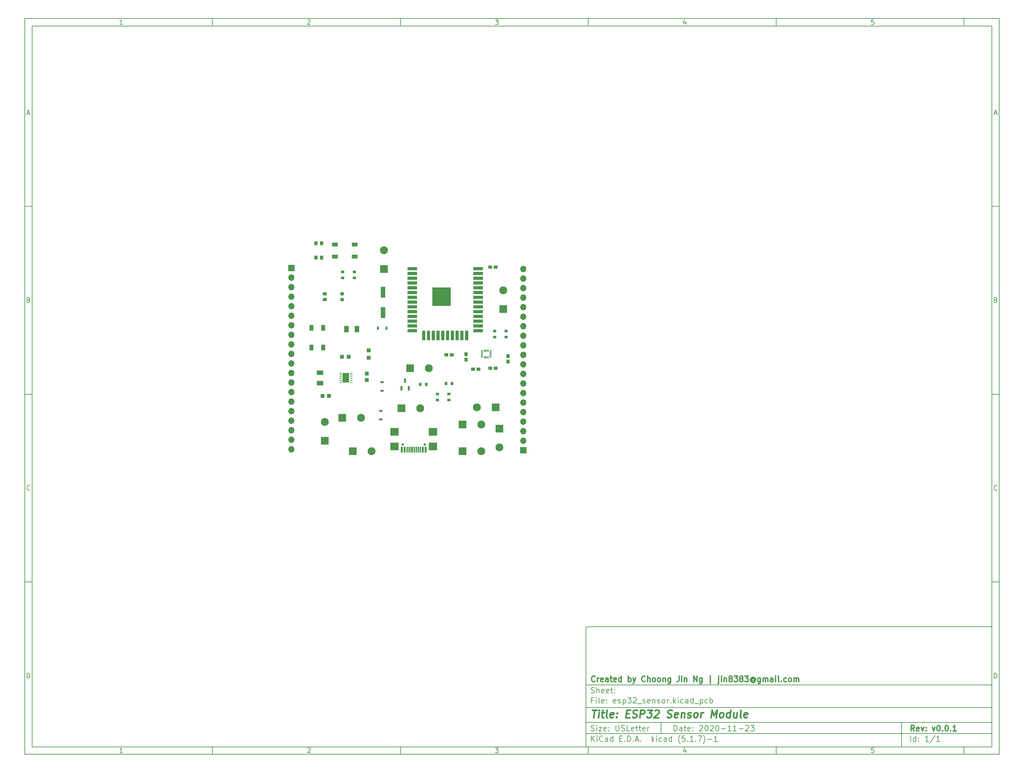
<source format=gbr>
%TF.GenerationSoftware,KiCad,Pcbnew,(5.1.7)-1*%
%TF.CreationDate,2020-11-23T11:29:42-08:00*%
%TF.ProjectId,esp32_sensor,65737033-325f-4736-956e-736f722e6b69,v0.0.1*%
%TF.SameCoordinates,Original*%
%TF.FileFunction,Soldermask,Top*%
%TF.FilePolarity,Negative*%
%FSLAX46Y46*%
G04 Gerber Fmt 4.6, Leading zero omitted, Abs format (unit mm)*
G04 Created by KiCad (PCBNEW (5.1.7)-1) date 2020-11-23 11:29:42*
%MOMM*%
%LPD*%
G01*
G04 APERTURE LIST*
%ADD10C,0.100000*%
%ADD11C,0.150000*%
%ADD12C,0.300000*%
%ADD13C,0.400000*%
%ADD14R,0.630000X0.830000*%
%ADD15R,1.000000X1.100000*%
%ADD16R,0.600000X1.650000*%
%ADD17R,0.300000X1.650000*%
%ADD18R,2.180000X2.000000*%
%ADD19C,0.650000*%
%ADD20R,2.500000X0.900000*%
%ADD21R,0.900000X2.500000*%
%ADD22R,5.000000X5.000000*%
%ADD23R,0.830000X0.630000*%
%ADD24R,1.010000X0.930000*%
%ADD25R,0.930000X1.010000*%
%ADD26R,1.799996X1.299998*%
%ADD27R,1.100000X1.000000*%
%ADD28R,1.299998X1.799996*%
%ADD29R,1.219200X2.997200*%
%ADD30R,2.100000X2.100000*%
%ADD31C,2.100000*%
%ADD32R,1.700000X1.700000*%
%ADD33O,1.700000X1.700000*%
%ADD34R,0.990600X1.003300*%
%ADD35R,0.568000X1.309599*%
%ADD36R,0.810000X0.980000*%
%ADD37R,0.930000X0.790000*%
%ADD38R,0.980000X0.810000*%
%ADD39R,0.790000X0.930000*%
%ADD40R,1.549400X0.990600*%
%ADD41R,0.990600X1.549400*%
%ADD42R,0.600000X0.350000*%
%ADD43R,0.350000X0.600000*%
%ADD44R,0.757199X0.254800*%
%ADD45R,1.803400X2.590800*%
G04 APERTURE END LIST*
D10*
D11*
X159400000Y-171900000D02*
X159400000Y-203900000D01*
X267400000Y-203900000D01*
X267400000Y-171900000D01*
X159400000Y-171900000D01*
D10*
D11*
X10000000Y-10000000D02*
X10000000Y-205900000D01*
X269400000Y-205900000D01*
X269400000Y-10000000D01*
X10000000Y-10000000D01*
D10*
D11*
X12000000Y-12000000D02*
X12000000Y-203900000D01*
X267400000Y-203900000D01*
X267400000Y-12000000D01*
X12000000Y-12000000D01*
D10*
D11*
X60000000Y-12000000D02*
X60000000Y-10000000D01*
D10*
D11*
X110000000Y-12000000D02*
X110000000Y-10000000D01*
D10*
D11*
X160000000Y-12000000D02*
X160000000Y-10000000D01*
D10*
D11*
X210000000Y-12000000D02*
X210000000Y-10000000D01*
D10*
D11*
X260000000Y-12000000D02*
X260000000Y-10000000D01*
D10*
D11*
X36065476Y-11588095D02*
X35322619Y-11588095D01*
X35694047Y-11588095D02*
X35694047Y-10288095D01*
X35570238Y-10473809D01*
X35446428Y-10597619D01*
X35322619Y-10659523D01*
D10*
D11*
X85322619Y-10411904D02*
X85384523Y-10350000D01*
X85508333Y-10288095D01*
X85817857Y-10288095D01*
X85941666Y-10350000D01*
X86003571Y-10411904D01*
X86065476Y-10535714D01*
X86065476Y-10659523D01*
X86003571Y-10845238D01*
X85260714Y-11588095D01*
X86065476Y-11588095D01*
D10*
D11*
X135260714Y-10288095D02*
X136065476Y-10288095D01*
X135632142Y-10783333D01*
X135817857Y-10783333D01*
X135941666Y-10845238D01*
X136003571Y-10907142D01*
X136065476Y-11030952D01*
X136065476Y-11340476D01*
X136003571Y-11464285D01*
X135941666Y-11526190D01*
X135817857Y-11588095D01*
X135446428Y-11588095D01*
X135322619Y-11526190D01*
X135260714Y-11464285D01*
D10*
D11*
X185941666Y-10721428D02*
X185941666Y-11588095D01*
X185632142Y-10226190D02*
X185322619Y-11154761D01*
X186127380Y-11154761D01*
D10*
D11*
X236003571Y-10288095D02*
X235384523Y-10288095D01*
X235322619Y-10907142D01*
X235384523Y-10845238D01*
X235508333Y-10783333D01*
X235817857Y-10783333D01*
X235941666Y-10845238D01*
X236003571Y-10907142D01*
X236065476Y-11030952D01*
X236065476Y-11340476D01*
X236003571Y-11464285D01*
X235941666Y-11526190D01*
X235817857Y-11588095D01*
X235508333Y-11588095D01*
X235384523Y-11526190D01*
X235322619Y-11464285D01*
D10*
D11*
X60000000Y-203900000D02*
X60000000Y-205900000D01*
D10*
D11*
X110000000Y-203900000D02*
X110000000Y-205900000D01*
D10*
D11*
X160000000Y-203900000D02*
X160000000Y-205900000D01*
D10*
D11*
X210000000Y-203900000D02*
X210000000Y-205900000D01*
D10*
D11*
X260000000Y-203900000D02*
X260000000Y-205900000D01*
D10*
D11*
X36065476Y-205488095D02*
X35322619Y-205488095D01*
X35694047Y-205488095D02*
X35694047Y-204188095D01*
X35570238Y-204373809D01*
X35446428Y-204497619D01*
X35322619Y-204559523D01*
D10*
D11*
X85322619Y-204311904D02*
X85384523Y-204250000D01*
X85508333Y-204188095D01*
X85817857Y-204188095D01*
X85941666Y-204250000D01*
X86003571Y-204311904D01*
X86065476Y-204435714D01*
X86065476Y-204559523D01*
X86003571Y-204745238D01*
X85260714Y-205488095D01*
X86065476Y-205488095D01*
D10*
D11*
X135260714Y-204188095D02*
X136065476Y-204188095D01*
X135632142Y-204683333D01*
X135817857Y-204683333D01*
X135941666Y-204745238D01*
X136003571Y-204807142D01*
X136065476Y-204930952D01*
X136065476Y-205240476D01*
X136003571Y-205364285D01*
X135941666Y-205426190D01*
X135817857Y-205488095D01*
X135446428Y-205488095D01*
X135322619Y-205426190D01*
X135260714Y-205364285D01*
D10*
D11*
X185941666Y-204621428D02*
X185941666Y-205488095D01*
X185632142Y-204126190D02*
X185322619Y-205054761D01*
X186127380Y-205054761D01*
D10*
D11*
X236003571Y-204188095D02*
X235384523Y-204188095D01*
X235322619Y-204807142D01*
X235384523Y-204745238D01*
X235508333Y-204683333D01*
X235817857Y-204683333D01*
X235941666Y-204745238D01*
X236003571Y-204807142D01*
X236065476Y-204930952D01*
X236065476Y-205240476D01*
X236003571Y-205364285D01*
X235941666Y-205426190D01*
X235817857Y-205488095D01*
X235508333Y-205488095D01*
X235384523Y-205426190D01*
X235322619Y-205364285D01*
D10*
D11*
X10000000Y-60000000D02*
X12000000Y-60000000D01*
D10*
D11*
X10000000Y-110000000D02*
X12000000Y-110000000D01*
D10*
D11*
X10000000Y-160000000D02*
X12000000Y-160000000D01*
D10*
D11*
X10690476Y-35216666D02*
X11309523Y-35216666D01*
X10566666Y-35588095D02*
X11000000Y-34288095D01*
X11433333Y-35588095D01*
D10*
D11*
X11092857Y-84907142D02*
X11278571Y-84969047D01*
X11340476Y-85030952D01*
X11402380Y-85154761D01*
X11402380Y-85340476D01*
X11340476Y-85464285D01*
X11278571Y-85526190D01*
X11154761Y-85588095D01*
X10659523Y-85588095D01*
X10659523Y-84288095D01*
X11092857Y-84288095D01*
X11216666Y-84350000D01*
X11278571Y-84411904D01*
X11340476Y-84535714D01*
X11340476Y-84659523D01*
X11278571Y-84783333D01*
X11216666Y-84845238D01*
X11092857Y-84907142D01*
X10659523Y-84907142D01*
D10*
D11*
X11402380Y-135464285D02*
X11340476Y-135526190D01*
X11154761Y-135588095D01*
X11030952Y-135588095D01*
X10845238Y-135526190D01*
X10721428Y-135402380D01*
X10659523Y-135278571D01*
X10597619Y-135030952D01*
X10597619Y-134845238D01*
X10659523Y-134597619D01*
X10721428Y-134473809D01*
X10845238Y-134350000D01*
X11030952Y-134288095D01*
X11154761Y-134288095D01*
X11340476Y-134350000D01*
X11402380Y-134411904D01*
D10*
D11*
X10659523Y-185588095D02*
X10659523Y-184288095D01*
X10969047Y-184288095D01*
X11154761Y-184350000D01*
X11278571Y-184473809D01*
X11340476Y-184597619D01*
X11402380Y-184845238D01*
X11402380Y-185030952D01*
X11340476Y-185278571D01*
X11278571Y-185402380D01*
X11154761Y-185526190D01*
X10969047Y-185588095D01*
X10659523Y-185588095D01*
D10*
D11*
X269400000Y-60000000D02*
X267400000Y-60000000D01*
D10*
D11*
X269400000Y-110000000D02*
X267400000Y-110000000D01*
D10*
D11*
X269400000Y-160000000D02*
X267400000Y-160000000D01*
D10*
D11*
X268090476Y-35216666D02*
X268709523Y-35216666D01*
X267966666Y-35588095D02*
X268400000Y-34288095D01*
X268833333Y-35588095D01*
D10*
D11*
X268492857Y-84907142D02*
X268678571Y-84969047D01*
X268740476Y-85030952D01*
X268802380Y-85154761D01*
X268802380Y-85340476D01*
X268740476Y-85464285D01*
X268678571Y-85526190D01*
X268554761Y-85588095D01*
X268059523Y-85588095D01*
X268059523Y-84288095D01*
X268492857Y-84288095D01*
X268616666Y-84350000D01*
X268678571Y-84411904D01*
X268740476Y-84535714D01*
X268740476Y-84659523D01*
X268678571Y-84783333D01*
X268616666Y-84845238D01*
X268492857Y-84907142D01*
X268059523Y-84907142D01*
D10*
D11*
X268802380Y-135464285D02*
X268740476Y-135526190D01*
X268554761Y-135588095D01*
X268430952Y-135588095D01*
X268245238Y-135526190D01*
X268121428Y-135402380D01*
X268059523Y-135278571D01*
X267997619Y-135030952D01*
X267997619Y-134845238D01*
X268059523Y-134597619D01*
X268121428Y-134473809D01*
X268245238Y-134350000D01*
X268430952Y-134288095D01*
X268554761Y-134288095D01*
X268740476Y-134350000D01*
X268802380Y-134411904D01*
D10*
D11*
X268059523Y-185588095D02*
X268059523Y-184288095D01*
X268369047Y-184288095D01*
X268554761Y-184350000D01*
X268678571Y-184473809D01*
X268740476Y-184597619D01*
X268802380Y-184845238D01*
X268802380Y-185030952D01*
X268740476Y-185278571D01*
X268678571Y-185402380D01*
X268554761Y-185526190D01*
X268369047Y-185588095D01*
X268059523Y-185588095D01*
D10*
D11*
X182832142Y-199678571D02*
X182832142Y-198178571D01*
X183189285Y-198178571D01*
X183403571Y-198250000D01*
X183546428Y-198392857D01*
X183617857Y-198535714D01*
X183689285Y-198821428D01*
X183689285Y-199035714D01*
X183617857Y-199321428D01*
X183546428Y-199464285D01*
X183403571Y-199607142D01*
X183189285Y-199678571D01*
X182832142Y-199678571D01*
X184975000Y-199678571D02*
X184975000Y-198892857D01*
X184903571Y-198750000D01*
X184760714Y-198678571D01*
X184475000Y-198678571D01*
X184332142Y-198750000D01*
X184975000Y-199607142D02*
X184832142Y-199678571D01*
X184475000Y-199678571D01*
X184332142Y-199607142D01*
X184260714Y-199464285D01*
X184260714Y-199321428D01*
X184332142Y-199178571D01*
X184475000Y-199107142D01*
X184832142Y-199107142D01*
X184975000Y-199035714D01*
X185475000Y-198678571D02*
X186046428Y-198678571D01*
X185689285Y-198178571D02*
X185689285Y-199464285D01*
X185760714Y-199607142D01*
X185903571Y-199678571D01*
X186046428Y-199678571D01*
X187117857Y-199607142D02*
X186975000Y-199678571D01*
X186689285Y-199678571D01*
X186546428Y-199607142D01*
X186475000Y-199464285D01*
X186475000Y-198892857D01*
X186546428Y-198750000D01*
X186689285Y-198678571D01*
X186975000Y-198678571D01*
X187117857Y-198750000D01*
X187189285Y-198892857D01*
X187189285Y-199035714D01*
X186475000Y-199178571D01*
X187832142Y-199535714D02*
X187903571Y-199607142D01*
X187832142Y-199678571D01*
X187760714Y-199607142D01*
X187832142Y-199535714D01*
X187832142Y-199678571D01*
X187832142Y-198750000D02*
X187903571Y-198821428D01*
X187832142Y-198892857D01*
X187760714Y-198821428D01*
X187832142Y-198750000D01*
X187832142Y-198892857D01*
X189617857Y-198321428D02*
X189689285Y-198250000D01*
X189832142Y-198178571D01*
X190189285Y-198178571D01*
X190332142Y-198250000D01*
X190403571Y-198321428D01*
X190475000Y-198464285D01*
X190475000Y-198607142D01*
X190403571Y-198821428D01*
X189546428Y-199678571D01*
X190475000Y-199678571D01*
X191403571Y-198178571D02*
X191546428Y-198178571D01*
X191689285Y-198250000D01*
X191760714Y-198321428D01*
X191832142Y-198464285D01*
X191903571Y-198750000D01*
X191903571Y-199107142D01*
X191832142Y-199392857D01*
X191760714Y-199535714D01*
X191689285Y-199607142D01*
X191546428Y-199678571D01*
X191403571Y-199678571D01*
X191260714Y-199607142D01*
X191189285Y-199535714D01*
X191117857Y-199392857D01*
X191046428Y-199107142D01*
X191046428Y-198750000D01*
X191117857Y-198464285D01*
X191189285Y-198321428D01*
X191260714Y-198250000D01*
X191403571Y-198178571D01*
X192475000Y-198321428D02*
X192546428Y-198250000D01*
X192689285Y-198178571D01*
X193046428Y-198178571D01*
X193189285Y-198250000D01*
X193260714Y-198321428D01*
X193332142Y-198464285D01*
X193332142Y-198607142D01*
X193260714Y-198821428D01*
X192403571Y-199678571D01*
X193332142Y-199678571D01*
X194260714Y-198178571D02*
X194403571Y-198178571D01*
X194546428Y-198250000D01*
X194617857Y-198321428D01*
X194689285Y-198464285D01*
X194760714Y-198750000D01*
X194760714Y-199107142D01*
X194689285Y-199392857D01*
X194617857Y-199535714D01*
X194546428Y-199607142D01*
X194403571Y-199678571D01*
X194260714Y-199678571D01*
X194117857Y-199607142D01*
X194046428Y-199535714D01*
X193975000Y-199392857D01*
X193903571Y-199107142D01*
X193903571Y-198750000D01*
X193975000Y-198464285D01*
X194046428Y-198321428D01*
X194117857Y-198250000D01*
X194260714Y-198178571D01*
X195403571Y-199107142D02*
X196546428Y-199107142D01*
X198046428Y-199678571D02*
X197189285Y-199678571D01*
X197617857Y-199678571D02*
X197617857Y-198178571D01*
X197475000Y-198392857D01*
X197332142Y-198535714D01*
X197189285Y-198607142D01*
X199475000Y-199678571D02*
X198617857Y-199678571D01*
X199046428Y-199678571D02*
X199046428Y-198178571D01*
X198903571Y-198392857D01*
X198760714Y-198535714D01*
X198617857Y-198607142D01*
X200117857Y-199107142D02*
X201260714Y-199107142D01*
X201903571Y-198321428D02*
X201975000Y-198250000D01*
X202117857Y-198178571D01*
X202475000Y-198178571D01*
X202617857Y-198250000D01*
X202689285Y-198321428D01*
X202760714Y-198464285D01*
X202760714Y-198607142D01*
X202689285Y-198821428D01*
X201832142Y-199678571D01*
X202760714Y-199678571D01*
X203260714Y-198178571D02*
X204189285Y-198178571D01*
X203689285Y-198750000D01*
X203903571Y-198750000D01*
X204046428Y-198821428D01*
X204117857Y-198892857D01*
X204189285Y-199035714D01*
X204189285Y-199392857D01*
X204117857Y-199535714D01*
X204046428Y-199607142D01*
X203903571Y-199678571D01*
X203475000Y-199678571D01*
X203332142Y-199607142D01*
X203260714Y-199535714D01*
D10*
D11*
X159400000Y-200400000D02*
X267400000Y-200400000D01*
D10*
D11*
X160832142Y-202478571D02*
X160832142Y-200978571D01*
X161689285Y-202478571D02*
X161046428Y-201621428D01*
X161689285Y-200978571D02*
X160832142Y-201835714D01*
X162332142Y-202478571D02*
X162332142Y-201478571D01*
X162332142Y-200978571D02*
X162260714Y-201050000D01*
X162332142Y-201121428D01*
X162403571Y-201050000D01*
X162332142Y-200978571D01*
X162332142Y-201121428D01*
X163903571Y-202335714D02*
X163832142Y-202407142D01*
X163617857Y-202478571D01*
X163475000Y-202478571D01*
X163260714Y-202407142D01*
X163117857Y-202264285D01*
X163046428Y-202121428D01*
X162975000Y-201835714D01*
X162975000Y-201621428D01*
X163046428Y-201335714D01*
X163117857Y-201192857D01*
X163260714Y-201050000D01*
X163475000Y-200978571D01*
X163617857Y-200978571D01*
X163832142Y-201050000D01*
X163903571Y-201121428D01*
X165189285Y-202478571D02*
X165189285Y-201692857D01*
X165117857Y-201550000D01*
X164975000Y-201478571D01*
X164689285Y-201478571D01*
X164546428Y-201550000D01*
X165189285Y-202407142D02*
X165046428Y-202478571D01*
X164689285Y-202478571D01*
X164546428Y-202407142D01*
X164475000Y-202264285D01*
X164475000Y-202121428D01*
X164546428Y-201978571D01*
X164689285Y-201907142D01*
X165046428Y-201907142D01*
X165189285Y-201835714D01*
X166546428Y-202478571D02*
X166546428Y-200978571D01*
X166546428Y-202407142D02*
X166403571Y-202478571D01*
X166117857Y-202478571D01*
X165975000Y-202407142D01*
X165903571Y-202335714D01*
X165832142Y-202192857D01*
X165832142Y-201764285D01*
X165903571Y-201621428D01*
X165975000Y-201550000D01*
X166117857Y-201478571D01*
X166403571Y-201478571D01*
X166546428Y-201550000D01*
X168403571Y-201692857D02*
X168903571Y-201692857D01*
X169117857Y-202478571D02*
X168403571Y-202478571D01*
X168403571Y-200978571D01*
X169117857Y-200978571D01*
X169760714Y-202335714D02*
X169832142Y-202407142D01*
X169760714Y-202478571D01*
X169689285Y-202407142D01*
X169760714Y-202335714D01*
X169760714Y-202478571D01*
X170475000Y-202478571D02*
X170475000Y-200978571D01*
X170832142Y-200978571D01*
X171046428Y-201050000D01*
X171189285Y-201192857D01*
X171260714Y-201335714D01*
X171332142Y-201621428D01*
X171332142Y-201835714D01*
X171260714Y-202121428D01*
X171189285Y-202264285D01*
X171046428Y-202407142D01*
X170832142Y-202478571D01*
X170475000Y-202478571D01*
X171975000Y-202335714D02*
X172046428Y-202407142D01*
X171975000Y-202478571D01*
X171903571Y-202407142D01*
X171975000Y-202335714D01*
X171975000Y-202478571D01*
X172617857Y-202050000D02*
X173332142Y-202050000D01*
X172475000Y-202478571D02*
X172975000Y-200978571D01*
X173475000Y-202478571D01*
X173975000Y-202335714D02*
X174046428Y-202407142D01*
X173975000Y-202478571D01*
X173903571Y-202407142D01*
X173975000Y-202335714D01*
X173975000Y-202478571D01*
X176975000Y-202478571D02*
X176975000Y-200978571D01*
X177117857Y-201907142D02*
X177546428Y-202478571D01*
X177546428Y-201478571D02*
X176975000Y-202050000D01*
X178189285Y-202478571D02*
X178189285Y-201478571D01*
X178189285Y-200978571D02*
X178117857Y-201050000D01*
X178189285Y-201121428D01*
X178260714Y-201050000D01*
X178189285Y-200978571D01*
X178189285Y-201121428D01*
X179546428Y-202407142D02*
X179403571Y-202478571D01*
X179117857Y-202478571D01*
X178975000Y-202407142D01*
X178903571Y-202335714D01*
X178832142Y-202192857D01*
X178832142Y-201764285D01*
X178903571Y-201621428D01*
X178975000Y-201550000D01*
X179117857Y-201478571D01*
X179403571Y-201478571D01*
X179546428Y-201550000D01*
X180832142Y-202478571D02*
X180832142Y-201692857D01*
X180760714Y-201550000D01*
X180617857Y-201478571D01*
X180332142Y-201478571D01*
X180189285Y-201550000D01*
X180832142Y-202407142D02*
X180689285Y-202478571D01*
X180332142Y-202478571D01*
X180189285Y-202407142D01*
X180117857Y-202264285D01*
X180117857Y-202121428D01*
X180189285Y-201978571D01*
X180332142Y-201907142D01*
X180689285Y-201907142D01*
X180832142Y-201835714D01*
X182189285Y-202478571D02*
X182189285Y-200978571D01*
X182189285Y-202407142D02*
X182046428Y-202478571D01*
X181760714Y-202478571D01*
X181617857Y-202407142D01*
X181546428Y-202335714D01*
X181475000Y-202192857D01*
X181475000Y-201764285D01*
X181546428Y-201621428D01*
X181617857Y-201550000D01*
X181760714Y-201478571D01*
X182046428Y-201478571D01*
X182189285Y-201550000D01*
X184475000Y-203050000D02*
X184403571Y-202978571D01*
X184260714Y-202764285D01*
X184189285Y-202621428D01*
X184117857Y-202407142D01*
X184046428Y-202050000D01*
X184046428Y-201764285D01*
X184117857Y-201407142D01*
X184189285Y-201192857D01*
X184260714Y-201050000D01*
X184403571Y-200835714D01*
X184475000Y-200764285D01*
X185760714Y-200978571D02*
X185046428Y-200978571D01*
X184975000Y-201692857D01*
X185046428Y-201621428D01*
X185189285Y-201550000D01*
X185546428Y-201550000D01*
X185689285Y-201621428D01*
X185760714Y-201692857D01*
X185832142Y-201835714D01*
X185832142Y-202192857D01*
X185760714Y-202335714D01*
X185689285Y-202407142D01*
X185546428Y-202478571D01*
X185189285Y-202478571D01*
X185046428Y-202407142D01*
X184975000Y-202335714D01*
X186475000Y-202335714D02*
X186546428Y-202407142D01*
X186475000Y-202478571D01*
X186403571Y-202407142D01*
X186475000Y-202335714D01*
X186475000Y-202478571D01*
X187975000Y-202478571D02*
X187117857Y-202478571D01*
X187546428Y-202478571D02*
X187546428Y-200978571D01*
X187403571Y-201192857D01*
X187260714Y-201335714D01*
X187117857Y-201407142D01*
X188617857Y-202335714D02*
X188689285Y-202407142D01*
X188617857Y-202478571D01*
X188546428Y-202407142D01*
X188617857Y-202335714D01*
X188617857Y-202478571D01*
X189189285Y-200978571D02*
X190189285Y-200978571D01*
X189546428Y-202478571D01*
X190617857Y-203050000D02*
X190689285Y-202978571D01*
X190832142Y-202764285D01*
X190903571Y-202621428D01*
X190975000Y-202407142D01*
X191046428Y-202050000D01*
X191046428Y-201764285D01*
X190975000Y-201407142D01*
X190903571Y-201192857D01*
X190832142Y-201050000D01*
X190689285Y-200835714D01*
X190617857Y-200764285D01*
X191760714Y-201907142D02*
X192903571Y-201907142D01*
X194403571Y-202478571D02*
X193546428Y-202478571D01*
X193975000Y-202478571D02*
X193975000Y-200978571D01*
X193832142Y-201192857D01*
X193689285Y-201335714D01*
X193546428Y-201407142D01*
D10*
D11*
X159400000Y-197400000D02*
X267400000Y-197400000D01*
D10*
D12*
X246809285Y-199678571D02*
X246309285Y-198964285D01*
X245952142Y-199678571D02*
X245952142Y-198178571D01*
X246523571Y-198178571D01*
X246666428Y-198250000D01*
X246737857Y-198321428D01*
X246809285Y-198464285D01*
X246809285Y-198678571D01*
X246737857Y-198821428D01*
X246666428Y-198892857D01*
X246523571Y-198964285D01*
X245952142Y-198964285D01*
X248023571Y-199607142D02*
X247880714Y-199678571D01*
X247595000Y-199678571D01*
X247452142Y-199607142D01*
X247380714Y-199464285D01*
X247380714Y-198892857D01*
X247452142Y-198750000D01*
X247595000Y-198678571D01*
X247880714Y-198678571D01*
X248023571Y-198750000D01*
X248095000Y-198892857D01*
X248095000Y-199035714D01*
X247380714Y-199178571D01*
X248595000Y-198678571D02*
X248952142Y-199678571D01*
X249309285Y-198678571D01*
X249880714Y-199535714D02*
X249952142Y-199607142D01*
X249880714Y-199678571D01*
X249809285Y-199607142D01*
X249880714Y-199535714D01*
X249880714Y-199678571D01*
X249880714Y-198750000D02*
X249952142Y-198821428D01*
X249880714Y-198892857D01*
X249809285Y-198821428D01*
X249880714Y-198750000D01*
X249880714Y-198892857D01*
X251595000Y-198678571D02*
X251952142Y-199678571D01*
X252309285Y-198678571D01*
X253166428Y-198178571D02*
X253309285Y-198178571D01*
X253452142Y-198250000D01*
X253523571Y-198321428D01*
X253595000Y-198464285D01*
X253666428Y-198750000D01*
X253666428Y-199107142D01*
X253595000Y-199392857D01*
X253523571Y-199535714D01*
X253452142Y-199607142D01*
X253309285Y-199678571D01*
X253166428Y-199678571D01*
X253023571Y-199607142D01*
X252952142Y-199535714D01*
X252880714Y-199392857D01*
X252809285Y-199107142D01*
X252809285Y-198750000D01*
X252880714Y-198464285D01*
X252952142Y-198321428D01*
X253023571Y-198250000D01*
X253166428Y-198178571D01*
X254309285Y-199535714D02*
X254380714Y-199607142D01*
X254309285Y-199678571D01*
X254237857Y-199607142D01*
X254309285Y-199535714D01*
X254309285Y-199678571D01*
X255309285Y-198178571D02*
X255452142Y-198178571D01*
X255595000Y-198250000D01*
X255666428Y-198321428D01*
X255737857Y-198464285D01*
X255809285Y-198750000D01*
X255809285Y-199107142D01*
X255737857Y-199392857D01*
X255666428Y-199535714D01*
X255595000Y-199607142D01*
X255452142Y-199678571D01*
X255309285Y-199678571D01*
X255166428Y-199607142D01*
X255095000Y-199535714D01*
X255023571Y-199392857D01*
X254952142Y-199107142D01*
X254952142Y-198750000D01*
X255023571Y-198464285D01*
X255095000Y-198321428D01*
X255166428Y-198250000D01*
X255309285Y-198178571D01*
X256452142Y-199535714D02*
X256523571Y-199607142D01*
X256452142Y-199678571D01*
X256380714Y-199607142D01*
X256452142Y-199535714D01*
X256452142Y-199678571D01*
X257952142Y-199678571D02*
X257095000Y-199678571D01*
X257523571Y-199678571D02*
X257523571Y-198178571D01*
X257380714Y-198392857D01*
X257237857Y-198535714D01*
X257095000Y-198607142D01*
D10*
D11*
X160760714Y-199607142D02*
X160975000Y-199678571D01*
X161332142Y-199678571D01*
X161475000Y-199607142D01*
X161546428Y-199535714D01*
X161617857Y-199392857D01*
X161617857Y-199250000D01*
X161546428Y-199107142D01*
X161475000Y-199035714D01*
X161332142Y-198964285D01*
X161046428Y-198892857D01*
X160903571Y-198821428D01*
X160832142Y-198750000D01*
X160760714Y-198607142D01*
X160760714Y-198464285D01*
X160832142Y-198321428D01*
X160903571Y-198250000D01*
X161046428Y-198178571D01*
X161403571Y-198178571D01*
X161617857Y-198250000D01*
X162260714Y-199678571D02*
X162260714Y-198678571D01*
X162260714Y-198178571D02*
X162189285Y-198250000D01*
X162260714Y-198321428D01*
X162332142Y-198250000D01*
X162260714Y-198178571D01*
X162260714Y-198321428D01*
X162832142Y-198678571D02*
X163617857Y-198678571D01*
X162832142Y-199678571D01*
X163617857Y-199678571D01*
X164760714Y-199607142D02*
X164617857Y-199678571D01*
X164332142Y-199678571D01*
X164189285Y-199607142D01*
X164117857Y-199464285D01*
X164117857Y-198892857D01*
X164189285Y-198750000D01*
X164332142Y-198678571D01*
X164617857Y-198678571D01*
X164760714Y-198750000D01*
X164832142Y-198892857D01*
X164832142Y-199035714D01*
X164117857Y-199178571D01*
X165475000Y-199535714D02*
X165546428Y-199607142D01*
X165475000Y-199678571D01*
X165403571Y-199607142D01*
X165475000Y-199535714D01*
X165475000Y-199678571D01*
X165475000Y-198750000D02*
X165546428Y-198821428D01*
X165475000Y-198892857D01*
X165403571Y-198821428D01*
X165475000Y-198750000D01*
X165475000Y-198892857D01*
X167332142Y-198178571D02*
X167332142Y-199392857D01*
X167403571Y-199535714D01*
X167475000Y-199607142D01*
X167617857Y-199678571D01*
X167903571Y-199678571D01*
X168046428Y-199607142D01*
X168117857Y-199535714D01*
X168189285Y-199392857D01*
X168189285Y-198178571D01*
X168832142Y-199607142D02*
X169046428Y-199678571D01*
X169403571Y-199678571D01*
X169546428Y-199607142D01*
X169617857Y-199535714D01*
X169689285Y-199392857D01*
X169689285Y-199250000D01*
X169617857Y-199107142D01*
X169546428Y-199035714D01*
X169403571Y-198964285D01*
X169117857Y-198892857D01*
X168975000Y-198821428D01*
X168903571Y-198750000D01*
X168832142Y-198607142D01*
X168832142Y-198464285D01*
X168903571Y-198321428D01*
X168975000Y-198250000D01*
X169117857Y-198178571D01*
X169475000Y-198178571D01*
X169689285Y-198250000D01*
X171046428Y-199678571D02*
X170332142Y-199678571D01*
X170332142Y-198178571D01*
X172117857Y-199607142D02*
X171975000Y-199678571D01*
X171689285Y-199678571D01*
X171546428Y-199607142D01*
X171475000Y-199464285D01*
X171475000Y-198892857D01*
X171546428Y-198750000D01*
X171689285Y-198678571D01*
X171975000Y-198678571D01*
X172117857Y-198750000D01*
X172189285Y-198892857D01*
X172189285Y-199035714D01*
X171475000Y-199178571D01*
X172617857Y-198678571D02*
X173189285Y-198678571D01*
X172832142Y-198178571D02*
X172832142Y-199464285D01*
X172903571Y-199607142D01*
X173046428Y-199678571D01*
X173189285Y-199678571D01*
X173475000Y-198678571D02*
X174046428Y-198678571D01*
X173689285Y-198178571D02*
X173689285Y-199464285D01*
X173760714Y-199607142D01*
X173903571Y-199678571D01*
X174046428Y-199678571D01*
X175117857Y-199607142D02*
X174975000Y-199678571D01*
X174689285Y-199678571D01*
X174546428Y-199607142D01*
X174475000Y-199464285D01*
X174475000Y-198892857D01*
X174546428Y-198750000D01*
X174689285Y-198678571D01*
X174975000Y-198678571D01*
X175117857Y-198750000D01*
X175189285Y-198892857D01*
X175189285Y-199035714D01*
X174475000Y-199178571D01*
X175832142Y-199678571D02*
X175832142Y-198678571D01*
X175832142Y-198964285D02*
X175903571Y-198821428D01*
X175975000Y-198750000D01*
X176117857Y-198678571D01*
X176260714Y-198678571D01*
D10*
D11*
X245832142Y-202478571D02*
X245832142Y-200978571D01*
X247189285Y-202478571D02*
X247189285Y-200978571D01*
X247189285Y-202407142D02*
X247046428Y-202478571D01*
X246760714Y-202478571D01*
X246617857Y-202407142D01*
X246546428Y-202335714D01*
X246475000Y-202192857D01*
X246475000Y-201764285D01*
X246546428Y-201621428D01*
X246617857Y-201550000D01*
X246760714Y-201478571D01*
X247046428Y-201478571D01*
X247189285Y-201550000D01*
X247903571Y-202335714D02*
X247975000Y-202407142D01*
X247903571Y-202478571D01*
X247832142Y-202407142D01*
X247903571Y-202335714D01*
X247903571Y-202478571D01*
X247903571Y-201550000D02*
X247975000Y-201621428D01*
X247903571Y-201692857D01*
X247832142Y-201621428D01*
X247903571Y-201550000D01*
X247903571Y-201692857D01*
X250546428Y-202478571D02*
X249689285Y-202478571D01*
X250117857Y-202478571D02*
X250117857Y-200978571D01*
X249975000Y-201192857D01*
X249832142Y-201335714D01*
X249689285Y-201407142D01*
X252260714Y-200907142D02*
X250975000Y-202835714D01*
X253546428Y-202478571D02*
X252689285Y-202478571D01*
X253117857Y-202478571D02*
X253117857Y-200978571D01*
X252975000Y-201192857D01*
X252832142Y-201335714D01*
X252689285Y-201407142D01*
D10*
D11*
X159400000Y-193400000D02*
X267400000Y-193400000D01*
D10*
D13*
X161112380Y-194104761D02*
X162255238Y-194104761D01*
X161433809Y-196104761D02*
X161683809Y-194104761D01*
X162671904Y-196104761D02*
X162838571Y-194771428D01*
X162921904Y-194104761D02*
X162814761Y-194200000D01*
X162898095Y-194295238D01*
X163005238Y-194200000D01*
X162921904Y-194104761D01*
X162898095Y-194295238D01*
X163505238Y-194771428D02*
X164267142Y-194771428D01*
X163874285Y-194104761D02*
X163660000Y-195819047D01*
X163731428Y-196009523D01*
X163910000Y-196104761D01*
X164100476Y-196104761D01*
X165052857Y-196104761D02*
X164874285Y-196009523D01*
X164802857Y-195819047D01*
X165017142Y-194104761D01*
X166588571Y-196009523D02*
X166386190Y-196104761D01*
X166005238Y-196104761D01*
X165826666Y-196009523D01*
X165755238Y-195819047D01*
X165850476Y-195057142D01*
X165969523Y-194866666D01*
X166171904Y-194771428D01*
X166552857Y-194771428D01*
X166731428Y-194866666D01*
X166802857Y-195057142D01*
X166779047Y-195247619D01*
X165802857Y-195438095D01*
X167552857Y-195914285D02*
X167636190Y-196009523D01*
X167529047Y-196104761D01*
X167445714Y-196009523D01*
X167552857Y-195914285D01*
X167529047Y-196104761D01*
X167683809Y-194866666D02*
X167767142Y-194961904D01*
X167660000Y-195057142D01*
X167576666Y-194961904D01*
X167683809Y-194866666D01*
X167660000Y-195057142D01*
X170136190Y-195057142D02*
X170802857Y-195057142D01*
X170957619Y-196104761D02*
X170005238Y-196104761D01*
X170255238Y-194104761D01*
X171207619Y-194104761D01*
X171731428Y-196009523D02*
X172005238Y-196104761D01*
X172481428Y-196104761D01*
X172683809Y-196009523D01*
X172790952Y-195914285D01*
X172910000Y-195723809D01*
X172933809Y-195533333D01*
X172862380Y-195342857D01*
X172779047Y-195247619D01*
X172600476Y-195152380D01*
X172231428Y-195057142D01*
X172052857Y-194961904D01*
X171969523Y-194866666D01*
X171898095Y-194676190D01*
X171921904Y-194485714D01*
X172040952Y-194295238D01*
X172148095Y-194200000D01*
X172350476Y-194104761D01*
X172826666Y-194104761D01*
X173100476Y-194200000D01*
X173719523Y-196104761D02*
X173969523Y-194104761D01*
X174731428Y-194104761D01*
X174910000Y-194200000D01*
X174993333Y-194295238D01*
X175064761Y-194485714D01*
X175029047Y-194771428D01*
X174910000Y-194961904D01*
X174802857Y-195057142D01*
X174600476Y-195152380D01*
X173838571Y-195152380D01*
X175779047Y-194104761D02*
X177017142Y-194104761D01*
X176255238Y-194866666D01*
X176540952Y-194866666D01*
X176719523Y-194961904D01*
X176802857Y-195057142D01*
X176874285Y-195247619D01*
X176814761Y-195723809D01*
X176695714Y-195914285D01*
X176588571Y-196009523D01*
X176386190Y-196104761D01*
X175814761Y-196104761D01*
X175636190Y-196009523D01*
X175552857Y-195914285D01*
X177755238Y-194295238D02*
X177862380Y-194200000D01*
X178064761Y-194104761D01*
X178540952Y-194104761D01*
X178719523Y-194200000D01*
X178802857Y-194295238D01*
X178874285Y-194485714D01*
X178850476Y-194676190D01*
X178719523Y-194961904D01*
X177433809Y-196104761D01*
X178671904Y-196104761D01*
X180969523Y-196009523D02*
X181243333Y-196104761D01*
X181719523Y-196104761D01*
X181921904Y-196009523D01*
X182029047Y-195914285D01*
X182148095Y-195723809D01*
X182171904Y-195533333D01*
X182100476Y-195342857D01*
X182017142Y-195247619D01*
X181838571Y-195152380D01*
X181469523Y-195057142D01*
X181290952Y-194961904D01*
X181207619Y-194866666D01*
X181136190Y-194676190D01*
X181160000Y-194485714D01*
X181279047Y-194295238D01*
X181386190Y-194200000D01*
X181588571Y-194104761D01*
X182064761Y-194104761D01*
X182338571Y-194200000D01*
X183731428Y-196009523D02*
X183529047Y-196104761D01*
X183148095Y-196104761D01*
X182969523Y-196009523D01*
X182898095Y-195819047D01*
X182993333Y-195057142D01*
X183112380Y-194866666D01*
X183314761Y-194771428D01*
X183695714Y-194771428D01*
X183874285Y-194866666D01*
X183945714Y-195057142D01*
X183921904Y-195247619D01*
X182945714Y-195438095D01*
X184838571Y-194771428D02*
X184671904Y-196104761D01*
X184814761Y-194961904D02*
X184921904Y-194866666D01*
X185124285Y-194771428D01*
X185410000Y-194771428D01*
X185588571Y-194866666D01*
X185660000Y-195057142D01*
X185529047Y-196104761D01*
X186398095Y-196009523D02*
X186576666Y-196104761D01*
X186957619Y-196104761D01*
X187160000Y-196009523D01*
X187279047Y-195819047D01*
X187290952Y-195723809D01*
X187219523Y-195533333D01*
X187040952Y-195438095D01*
X186755238Y-195438095D01*
X186576666Y-195342857D01*
X186505238Y-195152380D01*
X186517142Y-195057142D01*
X186636190Y-194866666D01*
X186838571Y-194771428D01*
X187124285Y-194771428D01*
X187302857Y-194866666D01*
X188386190Y-196104761D02*
X188207619Y-196009523D01*
X188124285Y-195914285D01*
X188052857Y-195723809D01*
X188124285Y-195152380D01*
X188243333Y-194961904D01*
X188350476Y-194866666D01*
X188552857Y-194771428D01*
X188838571Y-194771428D01*
X189017142Y-194866666D01*
X189100476Y-194961904D01*
X189171904Y-195152380D01*
X189100476Y-195723809D01*
X188981428Y-195914285D01*
X188874285Y-196009523D01*
X188671904Y-196104761D01*
X188386190Y-196104761D01*
X189910000Y-196104761D02*
X190076666Y-194771428D01*
X190029047Y-195152380D02*
X190148095Y-194961904D01*
X190255238Y-194866666D01*
X190457619Y-194771428D01*
X190648095Y-194771428D01*
X192671904Y-196104761D02*
X192921904Y-194104761D01*
X193410000Y-195533333D01*
X194255238Y-194104761D01*
X194005238Y-196104761D01*
X195243333Y-196104761D02*
X195064761Y-196009523D01*
X194981428Y-195914285D01*
X194910000Y-195723809D01*
X194981428Y-195152380D01*
X195100476Y-194961904D01*
X195207619Y-194866666D01*
X195410000Y-194771428D01*
X195695714Y-194771428D01*
X195874285Y-194866666D01*
X195957619Y-194961904D01*
X196029047Y-195152380D01*
X195957619Y-195723809D01*
X195838571Y-195914285D01*
X195731428Y-196009523D01*
X195529047Y-196104761D01*
X195243333Y-196104761D01*
X197624285Y-196104761D02*
X197874285Y-194104761D01*
X197636190Y-196009523D02*
X197433809Y-196104761D01*
X197052857Y-196104761D01*
X196874285Y-196009523D01*
X196790952Y-195914285D01*
X196719523Y-195723809D01*
X196790952Y-195152380D01*
X196910000Y-194961904D01*
X197017142Y-194866666D01*
X197219523Y-194771428D01*
X197600476Y-194771428D01*
X197779047Y-194866666D01*
X199600476Y-194771428D02*
X199433809Y-196104761D01*
X198743333Y-194771428D02*
X198612380Y-195819047D01*
X198683809Y-196009523D01*
X198862380Y-196104761D01*
X199148095Y-196104761D01*
X199350476Y-196009523D01*
X199457619Y-195914285D01*
X200671904Y-196104761D02*
X200493333Y-196009523D01*
X200421904Y-195819047D01*
X200636190Y-194104761D01*
X202207619Y-196009523D02*
X202005238Y-196104761D01*
X201624285Y-196104761D01*
X201445714Y-196009523D01*
X201374285Y-195819047D01*
X201469523Y-195057142D01*
X201588571Y-194866666D01*
X201790952Y-194771428D01*
X202171904Y-194771428D01*
X202350476Y-194866666D01*
X202421904Y-195057142D01*
X202398095Y-195247619D01*
X201421904Y-195438095D01*
D10*
D11*
X161332142Y-191492857D02*
X160832142Y-191492857D01*
X160832142Y-192278571D02*
X160832142Y-190778571D01*
X161546428Y-190778571D01*
X162117857Y-192278571D02*
X162117857Y-191278571D01*
X162117857Y-190778571D02*
X162046428Y-190850000D01*
X162117857Y-190921428D01*
X162189285Y-190850000D01*
X162117857Y-190778571D01*
X162117857Y-190921428D01*
X163046428Y-192278571D02*
X162903571Y-192207142D01*
X162832142Y-192064285D01*
X162832142Y-190778571D01*
X164189285Y-192207142D02*
X164046428Y-192278571D01*
X163760714Y-192278571D01*
X163617857Y-192207142D01*
X163546428Y-192064285D01*
X163546428Y-191492857D01*
X163617857Y-191350000D01*
X163760714Y-191278571D01*
X164046428Y-191278571D01*
X164189285Y-191350000D01*
X164260714Y-191492857D01*
X164260714Y-191635714D01*
X163546428Y-191778571D01*
X164903571Y-192135714D02*
X164975000Y-192207142D01*
X164903571Y-192278571D01*
X164832142Y-192207142D01*
X164903571Y-192135714D01*
X164903571Y-192278571D01*
X164903571Y-191350000D02*
X164975000Y-191421428D01*
X164903571Y-191492857D01*
X164832142Y-191421428D01*
X164903571Y-191350000D01*
X164903571Y-191492857D01*
X167332142Y-192207142D02*
X167189285Y-192278571D01*
X166903571Y-192278571D01*
X166760714Y-192207142D01*
X166689285Y-192064285D01*
X166689285Y-191492857D01*
X166760714Y-191350000D01*
X166903571Y-191278571D01*
X167189285Y-191278571D01*
X167332142Y-191350000D01*
X167403571Y-191492857D01*
X167403571Y-191635714D01*
X166689285Y-191778571D01*
X167975000Y-192207142D02*
X168117857Y-192278571D01*
X168403571Y-192278571D01*
X168546428Y-192207142D01*
X168617857Y-192064285D01*
X168617857Y-191992857D01*
X168546428Y-191850000D01*
X168403571Y-191778571D01*
X168189285Y-191778571D01*
X168046428Y-191707142D01*
X167975000Y-191564285D01*
X167975000Y-191492857D01*
X168046428Y-191350000D01*
X168189285Y-191278571D01*
X168403571Y-191278571D01*
X168546428Y-191350000D01*
X169260714Y-191278571D02*
X169260714Y-192778571D01*
X169260714Y-191350000D02*
X169403571Y-191278571D01*
X169689285Y-191278571D01*
X169832142Y-191350000D01*
X169903571Y-191421428D01*
X169975000Y-191564285D01*
X169975000Y-191992857D01*
X169903571Y-192135714D01*
X169832142Y-192207142D01*
X169689285Y-192278571D01*
X169403571Y-192278571D01*
X169260714Y-192207142D01*
X170475000Y-190778571D02*
X171403571Y-190778571D01*
X170903571Y-191350000D01*
X171117857Y-191350000D01*
X171260714Y-191421428D01*
X171332142Y-191492857D01*
X171403571Y-191635714D01*
X171403571Y-191992857D01*
X171332142Y-192135714D01*
X171260714Y-192207142D01*
X171117857Y-192278571D01*
X170689285Y-192278571D01*
X170546428Y-192207142D01*
X170475000Y-192135714D01*
X171975000Y-190921428D02*
X172046428Y-190850000D01*
X172189285Y-190778571D01*
X172546428Y-190778571D01*
X172689285Y-190850000D01*
X172760714Y-190921428D01*
X172832142Y-191064285D01*
X172832142Y-191207142D01*
X172760714Y-191421428D01*
X171903571Y-192278571D01*
X172832142Y-192278571D01*
X173117857Y-192421428D02*
X174260714Y-192421428D01*
X174546428Y-192207142D02*
X174689285Y-192278571D01*
X174975000Y-192278571D01*
X175117857Y-192207142D01*
X175189285Y-192064285D01*
X175189285Y-191992857D01*
X175117857Y-191850000D01*
X174975000Y-191778571D01*
X174760714Y-191778571D01*
X174617857Y-191707142D01*
X174546428Y-191564285D01*
X174546428Y-191492857D01*
X174617857Y-191350000D01*
X174760714Y-191278571D01*
X174975000Y-191278571D01*
X175117857Y-191350000D01*
X176403571Y-192207142D02*
X176260714Y-192278571D01*
X175975000Y-192278571D01*
X175832142Y-192207142D01*
X175760714Y-192064285D01*
X175760714Y-191492857D01*
X175832142Y-191350000D01*
X175975000Y-191278571D01*
X176260714Y-191278571D01*
X176403571Y-191350000D01*
X176475000Y-191492857D01*
X176475000Y-191635714D01*
X175760714Y-191778571D01*
X177117857Y-191278571D02*
X177117857Y-192278571D01*
X177117857Y-191421428D02*
X177189285Y-191350000D01*
X177332142Y-191278571D01*
X177546428Y-191278571D01*
X177689285Y-191350000D01*
X177760714Y-191492857D01*
X177760714Y-192278571D01*
X178403571Y-192207142D02*
X178546428Y-192278571D01*
X178832142Y-192278571D01*
X178975000Y-192207142D01*
X179046428Y-192064285D01*
X179046428Y-191992857D01*
X178975000Y-191850000D01*
X178832142Y-191778571D01*
X178617857Y-191778571D01*
X178475000Y-191707142D01*
X178403571Y-191564285D01*
X178403571Y-191492857D01*
X178475000Y-191350000D01*
X178617857Y-191278571D01*
X178832142Y-191278571D01*
X178975000Y-191350000D01*
X179903571Y-192278571D02*
X179760714Y-192207142D01*
X179689285Y-192135714D01*
X179617857Y-191992857D01*
X179617857Y-191564285D01*
X179689285Y-191421428D01*
X179760714Y-191350000D01*
X179903571Y-191278571D01*
X180117857Y-191278571D01*
X180260714Y-191350000D01*
X180332142Y-191421428D01*
X180403571Y-191564285D01*
X180403571Y-191992857D01*
X180332142Y-192135714D01*
X180260714Y-192207142D01*
X180117857Y-192278571D01*
X179903571Y-192278571D01*
X181046428Y-192278571D02*
X181046428Y-191278571D01*
X181046428Y-191564285D02*
X181117857Y-191421428D01*
X181189285Y-191350000D01*
X181332142Y-191278571D01*
X181475000Y-191278571D01*
X181975000Y-192135714D02*
X182046428Y-192207142D01*
X181975000Y-192278571D01*
X181903571Y-192207142D01*
X181975000Y-192135714D01*
X181975000Y-192278571D01*
X182689285Y-192278571D02*
X182689285Y-190778571D01*
X182832142Y-191707142D02*
X183260714Y-192278571D01*
X183260714Y-191278571D02*
X182689285Y-191850000D01*
X183903571Y-192278571D02*
X183903571Y-191278571D01*
X183903571Y-190778571D02*
X183832142Y-190850000D01*
X183903571Y-190921428D01*
X183975000Y-190850000D01*
X183903571Y-190778571D01*
X183903571Y-190921428D01*
X185260714Y-192207142D02*
X185117857Y-192278571D01*
X184832142Y-192278571D01*
X184689285Y-192207142D01*
X184617857Y-192135714D01*
X184546428Y-191992857D01*
X184546428Y-191564285D01*
X184617857Y-191421428D01*
X184689285Y-191350000D01*
X184832142Y-191278571D01*
X185117857Y-191278571D01*
X185260714Y-191350000D01*
X186546428Y-192278571D02*
X186546428Y-191492857D01*
X186475000Y-191350000D01*
X186332142Y-191278571D01*
X186046428Y-191278571D01*
X185903571Y-191350000D01*
X186546428Y-192207142D02*
X186403571Y-192278571D01*
X186046428Y-192278571D01*
X185903571Y-192207142D01*
X185832142Y-192064285D01*
X185832142Y-191921428D01*
X185903571Y-191778571D01*
X186046428Y-191707142D01*
X186403571Y-191707142D01*
X186546428Y-191635714D01*
X187903571Y-192278571D02*
X187903571Y-190778571D01*
X187903571Y-192207142D02*
X187760714Y-192278571D01*
X187475000Y-192278571D01*
X187332142Y-192207142D01*
X187260714Y-192135714D01*
X187189285Y-191992857D01*
X187189285Y-191564285D01*
X187260714Y-191421428D01*
X187332142Y-191350000D01*
X187475000Y-191278571D01*
X187760714Y-191278571D01*
X187903571Y-191350000D01*
X188260714Y-192421428D02*
X189403571Y-192421428D01*
X189760714Y-191278571D02*
X189760714Y-192778571D01*
X189760714Y-191350000D02*
X189903571Y-191278571D01*
X190189285Y-191278571D01*
X190332142Y-191350000D01*
X190403571Y-191421428D01*
X190475000Y-191564285D01*
X190475000Y-191992857D01*
X190403571Y-192135714D01*
X190332142Y-192207142D01*
X190189285Y-192278571D01*
X189903571Y-192278571D01*
X189760714Y-192207142D01*
X191760714Y-192207142D02*
X191617857Y-192278571D01*
X191332142Y-192278571D01*
X191189285Y-192207142D01*
X191117857Y-192135714D01*
X191046428Y-191992857D01*
X191046428Y-191564285D01*
X191117857Y-191421428D01*
X191189285Y-191350000D01*
X191332142Y-191278571D01*
X191617857Y-191278571D01*
X191760714Y-191350000D01*
X192403571Y-192278571D02*
X192403571Y-190778571D01*
X192403571Y-191350000D02*
X192546428Y-191278571D01*
X192832142Y-191278571D01*
X192975000Y-191350000D01*
X193046428Y-191421428D01*
X193117857Y-191564285D01*
X193117857Y-191992857D01*
X193046428Y-192135714D01*
X192975000Y-192207142D01*
X192832142Y-192278571D01*
X192546428Y-192278571D01*
X192403571Y-192207142D01*
D10*
D11*
X159400000Y-187400000D02*
X267400000Y-187400000D01*
D10*
D11*
X160760714Y-189507142D02*
X160975000Y-189578571D01*
X161332142Y-189578571D01*
X161475000Y-189507142D01*
X161546428Y-189435714D01*
X161617857Y-189292857D01*
X161617857Y-189150000D01*
X161546428Y-189007142D01*
X161475000Y-188935714D01*
X161332142Y-188864285D01*
X161046428Y-188792857D01*
X160903571Y-188721428D01*
X160832142Y-188650000D01*
X160760714Y-188507142D01*
X160760714Y-188364285D01*
X160832142Y-188221428D01*
X160903571Y-188150000D01*
X161046428Y-188078571D01*
X161403571Y-188078571D01*
X161617857Y-188150000D01*
X162260714Y-189578571D02*
X162260714Y-188078571D01*
X162903571Y-189578571D02*
X162903571Y-188792857D01*
X162832142Y-188650000D01*
X162689285Y-188578571D01*
X162475000Y-188578571D01*
X162332142Y-188650000D01*
X162260714Y-188721428D01*
X164189285Y-189507142D02*
X164046428Y-189578571D01*
X163760714Y-189578571D01*
X163617857Y-189507142D01*
X163546428Y-189364285D01*
X163546428Y-188792857D01*
X163617857Y-188650000D01*
X163760714Y-188578571D01*
X164046428Y-188578571D01*
X164189285Y-188650000D01*
X164260714Y-188792857D01*
X164260714Y-188935714D01*
X163546428Y-189078571D01*
X165475000Y-189507142D02*
X165332142Y-189578571D01*
X165046428Y-189578571D01*
X164903571Y-189507142D01*
X164832142Y-189364285D01*
X164832142Y-188792857D01*
X164903571Y-188650000D01*
X165046428Y-188578571D01*
X165332142Y-188578571D01*
X165475000Y-188650000D01*
X165546428Y-188792857D01*
X165546428Y-188935714D01*
X164832142Y-189078571D01*
X165975000Y-188578571D02*
X166546428Y-188578571D01*
X166189285Y-188078571D02*
X166189285Y-189364285D01*
X166260714Y-189507142D01*
X166403571Y-189578571D01*
X166546428Y-189578571D01*
X167046428Y-189435714D02*
X167117857Y-189507142D01*
X167046428Y-189578571D01*
X166975000Y-189507142D01*
X167046428Y-189435714D01*
X167046428Y-189578571D01*
X167046428Y-188650000D02*
X167117857Y-188721428D01*
X167046428Y-188792857D01*
X166975000Y-188721428D01*
X167046428Y-188650000D01*
X167046428Y-188792857D01*
D10*
D12*
X161809285Y-186435714D02*
X161737857Y-186507142D01*
X161523571Y-186578571D01*
X161380714Y-186578571D01*
X161166428Y-186507142D01*
X161023571Y-186364285D01*
X160952142Y-186221428D01*
X160880714Y-185935714D01*
X160880714Y-185721428D01*
X160952142Y-185435714D01*
X161023571Y-185292857D01*
X161166428Y-185150000D01*
X161380714Y-185078571D01*
X161523571Y-185078571D01*
X161737857Y-185150000D01*
X161809285Y-185221428D01*
X162452142Y-186578571D02*
X162452142Y-185578571D01*
X162452142Y-185864285D02*
X162523571Y-185721428D01*
X162595000Y-185650000D01*
X162737857Y-185578571D01*
X162880714Y-185578571D01*
X163952142Y-186507142D02*
X163809285Y-186578571D01*
X163523571Y-186578571D01*
X163380714Y-186507142D01*
X163309285Y-186364285D01*
X163309285Y-185792857D01*
X163380714Y-185650000D01*
X163523571Y-185578571D01*
X163809285Y-185578571D01*
X163952142Y-185650000D01*
X164023571Y-185792857D01*
X164023571Y-185935714D01*
X163309285Y-186078571D01*
X165309285Y-186578571D02*
X165309285Y-185792857D01*
X165237857Y-185650000D01*
X165095000Y-185578571D01*
X164809285Y-185578571D01*
X164666428Y-185650000D01*
X165309285Y-186507142D02*
X165166428Y-186578571D01*
X164809285Y-186578571D01*
X164666428Y-186507142D01*
X164595000Y-186364285D01*
X164595000Y-186221428D01*
X164666428Y-186078571D01*
X164809285Y-186007142D01*
X165166428Y-186007142D01*
X165309285Y-185935714D01*
X165809285Y-185578571D02*
X166380714Y-185578571D01*
X166023571Y-185078571D02*
X166023571Y-186364285D01*
X166095000Y-186507142D01*
X166237857Y-186578571D01*
X166380714Y-186578571D01*
X167452142Y-186507142D02*
X167309285Y-186578571D01*
X167023571Y-186578571D01*
X166880714Y-186507142D01*
X166809285Y-186364285D01*
X166809285Y-185792857D01*
X166880714Y-185650000D01*
X167023571Y-185578571D01*
X167309285Y-185578571D01*
X167452142Y-185650000D01*
X167523571Y-185792857D01*
X167523571Y-185935714D01*
X166809285Y-186078571D01*
X168809285Y-186578571D02*
X168809285Y-185078571D01*
X168809285Y-186507142D02*
X168666428Y-186578571D01*
X168380714Y-186578571D01*
X168237857Y-186507142D01*
X168166428Y-186435714D01*
X168095000Y-186292857D01*
X168095000Y-185864285D01*
X168166428Y-185721428D01*
X168237857Y-185650000D01*
X168380714Y-185578571D01*
X168666428Y-185578571D01*
X168809285Y-185650000D01*
X170666428Y-186578571D02*
X170666428Y-185078571D01*
X170666428Y-185650000D02*
X170809285Y-185578571D01*
X171095000Y-185578571D01*
X171237857Y-185650000D01*
X171309285Y-185721428D01*
X171380714Y-185864285D01*
X171380714Y-186292857D01*
X171309285Y-186435714D01*
X171237857Y-186507142D01*
X171095000Y-186578571D01*
X170809285Y-186578571D01*
X170666428Y-186507142D01*
X171880714Y-185578571D02*
X172237857Y-186578571D01*
X172595000Y-185578571D02*
X172237857Y-186578571D01*
X172095000Y-186935714D01*
X172023571Y-187007142D01*
X171880714Y-187078571D01*
X175166428Y-186435714D02*
X175095000Y-186507142D01*
X174880714Y-186578571D01*
X174737857Y-186578571D01*
X174523571Y-186507142D01*
X174380714Y-186364285D01*
X174309285Y-186221428D01*
X174237857Y-185935714D01*
X174237857Y-185721428D01*
X174309285Y-185435714D01*
X174380714Y-185292857D01*
X174523571Y-185150000D01*
X174737857Y-185078571D01*
X174880714Y-185078571D01*
X175095000Y-185150000D01*
X175166428Y-185221428D01*
X175809285Y-186578571D02*
X175809285Y-185078571D01*
X176452142Y-186578571D02*
X176452142Y-185792857D01*
X176380714Y-185650000D01*
X176237857Y-185578571D01*
X176023571Y-185578571D01*
X175880714Y-185650000D01*
X175809285Y-185721428D01*
X177380714Y-186578571D02*
X177237857Y-186507142D01*
X177166428Y-186435714D01*
X177095000Y-186292857D01*
X177095000Y-185864285D01*
X177166428Y-185721428D01*
X177237857Y-185650000D01*
X177380714Y-185578571D01*
X177595000Y-185578571D01*
X177737857Y-185650000D01*
X177809285Y-185721428D01*
X177880714Y-185864285D01*
X177880714Y-186292857D01*
X177809285Y-186435714D01*
X177737857Y-186507142D01*
X177595000Y-186578571D01*
X177380714Y-186578571D01*
X178737857Y-186578571D02*
X178595000Y-186507142D01*
X178523571Y-186435714D01*
X178452142Y-186292857D01*
X178452142Y-185864285D01*
X178523571Y-185721428D01*
X178595000Y-185650000D01*
X178737857Y-185578571D01*
X178952142Y-185578571D01*
X179095000Y-185650000D01*
X179166428Y-185721428D01*
X179237857Y-185864285D01*
X179237857Y-186292857D01*
X179166428Y-186435714D01*
X179095000Y-186507142D01*
X178952142Y-186578571D01*
X178737857Y-186578571D01*
X179880714Y-185578571D02*
X179880714Y-186578571D01*
X179880714Y-185721428D02*
X179952142Y-185650000D01*
X180095000Y-185578571D01*
X180309285Y-185578571D01*
X180452142Y-185650000D01*
X180523571Y-185792857D01*
X180523571Y-186578571D01*
X181880714Y-185578571D02*
X181880714Y-186792857D01*
X181809285Y-186935714D01*
X181737857Y-187007142D01*
X181595000Y-187078571D01*
X181380714Y-187078571D01*
X181237857Y-187007142D01*
X181880714Y-186507142D02*
X181737857Y-186578571D01*
X181452142Y-186578571D01*
X181309285Y-186507142D01*
X181237857Y-186435714D01*
X181166428Y-186292857D01*
X181166428Y-185864285D01*
X181237857Y-185721428D01*
X181309285Y-185650000D01*
X181452142Y-185578571D01*
X181737857Y-185578571D01*
X181880714Y-185650000D01*
X184166428Y-185078571D02*
X184166428Y-186150000D01*
X184095000Y-186364285D01*
X183952142Y-186507142D01*
X183737857Y-186578571D01*
X183595000Y-186578571D01*
X184880714Y-186578571D02*
X184880714Y-185578571D01*
X184880714Y-185078571D02*
X184809285Y-185150000D01*
X184880714Y-185221428D01*
X184952142Y-185150000D01*
X184880714Y-185078571D01*
X184880714Y-185221428D01*
X185595000Y-185578571D02*
X185595000Y-186578571D01*
X185595000Y-185721428D02*
X185666428Y-185650000D01*
X185809285Y-185578571D01*
X186023571Y-185578571D01*
X186166428Y-185650000D01*
X186237857Y-185792857D01*
X186237857Y-186578571D01*
X188095000Y-186578571D02*
X188095000Y-185078571D01*
X188952142Y-186578571D01*
X188952142Y-185078571D01*
X190309285Y-185578571D02*
X190309285Y-186792857D01*
X190237857Y-186935714D01*
X190166428Y-187007142D01*
X190023571Y-187078571D01*
X189809285Y-187078571D01*
X189666428Y-187007142D01*
X190309285Y-186507142D02*
X190166428Y-186578571D01*
X189880714Y-186578571D01*
X189737857Y-186507142D01*
X189666428Y-186435714D01*
X189595000Y-186292857D01*
X189595000Y-185864285D01*
X189666428Y-185721428D01*
X189737857Y-185650000D01*
X189880714Y-185578571D01*
X190166428Y-185578571D01*
X190309285Y-185650000D01*
X192523571Y-187078571D02*
X192523571Y-184935714D01*
X194737857Y-185578571D02*
X194737857Y-186864285D01*
X194666428Y-187007142D01*
X194523571Y-187078571D01*
X194452142Y-187078571D01*
X194737857Y-185078571D02*
X194666428Y-185150000D01*
X194737857Y-185221428D01*
X194809285Y-185150000D01*
X194737857Y-185078571D01*
X194737857Y-185221428D01*
X195452142Y-186578571D02*
X195452142Y-185578571D01*
X195452142Y-185078571D02*
X195380714Y-185150000D01*
X195452142Y-185221428D01*
X195523571Y-185150000D01*
X195452142Y-185078571D01*
X195452142Y-185221428D01*
X196166428Y-185578571D02*
X196166428Y-186578571D01*
X196166428Y-185721428D02*
X196237857Y-185650000D01*
X196380714Y-185578571D01*
X196595000Y-185578571D01*
X196737857Y-185650000D01*
X196809285Y-185792857D01*
X196809285Y-186578571D01*
X197737857Y-185721428D02*
X197595000Y-185650000D01*
X197523571Y-185578571D01*
X197452142Y-185435714D01*
X197452142Y-185364285D01*
X197523571Y-185221428D01*
X197595000Y-185150000D01*
X197737857Y-185078571D01*
X198023571Y-185078571D01*
X198166428Y-185150000D01*
X198237857Y-185221428D01*
X198309285Y-185364285D01*
X198309285Y-185435714D01*
X198237857Y-185578571D01*
X198166428Y-185650000D01*
X198023571Y-185721428D01*
X197737857Y-185721428D01*
X197595000Y-185792857D01*
X197523571Y-185864285D01*
X197452142Y-186007142D01*
X197452142Y-186292857D01*
X197523571Y-186435714D01*
X197595000Y-186507142D01*
X197737857Y-186578571D01*
X198023571Y-186578571D01*
X198166428Y-186507142D01*
X198237857Y-186435714D01*
X198309285Y-186292857D01*
X198309285Y-186007142D01*
X198237857Y-185864285D01*
X198166428Y-185792857D01*
X198023571Y-185721428D01*
X198809285Y-185078571D02*
X199737857Y-185078571D01*
X199237857Y-185650000D01*
X199452142Y-185650000D01*
X199595000Y-185721428D01*
X199666428Y-185792857D01*
X199737857Y-185935714D01*
X199737857Y-186292857D01*
X199666428Y-186435714D01*
X199595000Y-186507142D01*
X199452142Y-186578571D01*
X199023571Y-186578571D01*
X198880714Y-186507142D01*
X198809285Y-186435714D01*
X200595000Y-185721428D02*
X200452142Y-185650000D01*
X200380714Y-185578571D01*
X200309285Y-185435714D01*
X200309285Y-185364285D01*
X200380714Y-185221428D01*
X200452142Y-185150000D01*
X200595000Y-185078571D01*
X200880714Y-185078571D01*
X201023571Y-185150000D01*
X201095000Y-185221428D01*
X201166428Y-185364285D01*
X201166428Y-185435714D01*
X201095000Y-185578571D01*
X201023571Y-185650000D01*
X200880714Y-185721428D01*
X200595000Y-185721428D01*
X200452142Y-185792857D01*
X200380714Y-185864285D01*
X200309285Y-186007142D01*
X200309285Y-186292857D01*
X200380714Y-186435714D01*
X200452142Y-186507142D01*
X200595000Y-186578571D01*
X200880714Y-186578571D01*
X201023571Y-186507142D01*
X201095000Y-186435714D01*
X201166428Y-186292857D01*
X201166428Y-186007142D01*
X201095000Y-185864285D01*
X201023571Y-185792857D01*
X200880714Y-185721428D01*
X201666428Y-185078571D02*
X202595000Y-185078571D01*
X202095000Y-185650000D01*
X202309285Y-185650000D01*
X202452142Y-185721428D01*
X202523571Y-185792857D01*
X202595000Y-185935714D01*
X202595000Y-186292857D01*
X202523571Y-186435714D01*
X202452142Y-186507142D01*
X202309285Y-186578571D01*
X201880714Y-186578571D01*
X201737857Y-186507142D01*
X201666428Y-186435714D01*
X204166428Y-185864285D02*
X204095000Y-185792857D01*
X203952142Y-185721428D01*
X203809285Y-185721428D01*
X203666428Y-185792857D01*
X203595000Y-185864285D01*
X203523571Y-186007142D01*
X203523571Y-186150000D01*
X203595000Y-186292857D01*
X203666428Y-186364285D01*
X203809285Y-186435714D01*
X203952142Y-186435714D01*
X204095000Y-186364285D01*
X204166428Y-186292857D01*
X204166428Y-185721428D02*
X204166428Y-186292857D01*
X204237857Y-186364285D01*
X204309285Y-186364285D01*
X204452142Y-186292857D01*
X204523571Y-186150000D01*
X204523571Y-185792857D01*
X204380714Y-185578571D01*
X204166428Y-185435714D01*
X203880714Y-185364285D01*
X203595000Y-185435714D01*
X203380714Y-185578571D01*
X203237857Y-185792857D01*
X203166428Y-186078571D01*
X203237857Y-186364285D01*
X203380714Y-186578571D01*
X203595000Y-186721428D01*
X203880714Y-186792857D01*
X204166428Y-186721428D01*
X204380714Y-186578571D01*
X205809285Y-185578571D02*
X205809285Y-186792857D01*
X205737857Y-186935714D01*
X205666428Y-187007142D01*
X205523571Y-187078571D01*
X205309285Y-187078571D01*
X205166428Y-187007142D01*
X205809285Y-186507142D02*
X205666428Y-186578571D01*
X205380714Y-186578571D01*
X205237857Y-186507142D01*
X205166428Y-186435714D01*
X205095000Y-186292857D01*
X205095000Y-185864285D01*
X205166428Y-185721428D01*
X205237857Y-185650000D01*
X205380714Y-185578571D01*
X205666428Y-185578571D01*
X205809285Y-185650000D01*
X206523571Y-186578571D02*
X206523571Y-185578571D01*
X206523571Y-185721428D02*
X206595000Y-185650000D01*
X206737857Y-185578571D01*
X206952142Y-185578571D01*
X207095000Y-185650000D01*
X207166428Y-185792857D01*
X207166428Y-186578571D01*
X207166428Y-185792857D02*
X207237857Y-185650000D01*
X207380714Y-185578571D01*
X207595000Y-185578571D01*
X207737857Y-185650000D01*
X207809285Y-185792857D01*
X207809285Y-186578571D01*
X209166428Y-186578571D02*
X209166428Y-185792857D01*
X209095000Y-185650000D01*
X208952142Y-185578571D01*
X208666428Y-185578571D01*
X208523571Y-185650000D01*
X209166428Y-186507142D02*
X209023571Y-186578571D01*
X208666428Y-186578571D01*
X208523571Y-186507142D01*
X208452142Y-186364285D01*
X208452142Y-186221428D01*
X208523571Y-186078571D01*
X208666428Y-186007142D01*
X209023571Y-186007142D01*
X209166428Y-185935714D01*
X209880714Y-186578571D02*
X209880714Y-185578571D01*
X209880714Y-185078571D02*
X209809285Y-185150000D01*
X209880714Y-185221428D01*
X209952142Y-185150000D01*
X209880714Y-185078571D01*
X209880714Y-185221428D01*
X210809285Y-186578571D02*
X210666428Y-186507142D01*
X210595000Y-186364285D01*
X210595000Y-185078571D01*
X211380714Y-186435714D02*
X211452142Y-186507142D01*
X211380714Y-186578571D01*
X211309285Y-186507142D01*
X211380714Y-186435714D01*
X211380714Y-186578571D01*
X212737857Y-186507142D02*
X212595000Y-186578571D01*
X212309285Y-186578571D01*
X212166428Y-186507142D01*
X212095000Y-186435714D01*
X212023571Y-186292857D01*
X212023571Y-185864285D01*
X212095000Y-185721428D01*
X212166428Y-185650000D01*
X212309285Y-185578571D01*
X212595000Y-185578571D01*
X212737857Y-185650000D01*
X213595000Y-186578571D02*
X213452142Y-186507142D01*
X213380714Y-186435714D01*
X213309285Y-186292857D01*
X213309285Y-185864285D01*
X213380714Y-185721428D01*
X213452142Y-185650000D01*
X213595000Y-185578571D01*
X213809285Y-185578571D01*
X213952142Y-185650000D01*
X214023571Y-185721428D01*
X214095000Y-185864285D01*
X214095000Y-186292857D01*
X214023571Y-186435714D01*
X213952142Y-186507142D01*
X213809285Y-186578571D01*
X213595000Y-186578571D01*
X214737857Y-186578571D02*
X214737857Y-185578571D01*
X214737857Y-185721428D02*
X214809285Y-185650000D01*
X214952142Y-185578571D01*
X215166428Y-185578571D01*
X215309285Y-185650000D01*
X215380714Y-185792857D01*
X215380714Y-186578571D01*
X215380714Y-185792857D02*
X215452142Y-185650000D01*
X215595000Y-185578571D01*
X215809285Y-185578571D01*
X215952142Y-185650000D01*
X216023571Y-185792857D01*
X216023571Y-186578571D01*
D10*
D11*
X179400000Y-197400000D02*
X179400000Y-200400000D01*
D10*
D11*
X243400000Y-197400000D02*
X243400000Y-203900000D01*
D14*
%TO.C,D_PW_3*%
X104006000Y-92456000D03*
X106306000Y-92456000D03*
%TD*%
D15*
%TO.C,C_PW_1*%
X101092000Y-106260000D03*
X101092000Y-104560000D03*
%TD*%
D16*
%TO.C,U_CN_1*%
X116738000Y-124769000D03*
X115938000Y-124769000D03*
X111138000Y-124769000D03*
X110338000Y-124769000D03*
D17*
X115288000Y-124769000D03*
X111788000Y-124769000D03*
X114788000Y-124769000D03*
X112288000Y-124769000D03*
X114288000Y-124769000D03*
X112788000Y-124769000D03*
X113788000Y-124769000D03*
X113288000Y-124769000D03*
D18*
X118648000Y-123944000D03*
X108428000Y-123944000D03*
X118648000Y-120014000D03*
X108428000Y-120014000D03*
D19*
X116428000Y-123444000D03*
X110648000Y-123444000D03*
%TD*%
D20*
%TO.C,U_ESP_1*%
X130670000Y-76581000D03*
X130670000Y-77851000D03*
X130670000Y-79121000D03*
X130670000Y-80391000D03*
X130670000Y-81661000D03*
X130675000Y-82931000D03*
X130670000Y-84201000D03*
X130670000Y-85471000D03*
X130670000Y-86741000D03*
X130670000Y-88011000D03*
X130670000Y-89281000D03*
X130670000Y-90551000D03*
X130670000Y-91821000D03*
X130670000Y-93091000D03*
D21*
X127635000Y-94341000D03*
X126365000Y-94341000D03*
X125095000Y-94341000D03*
X123825000Y-94341000D03*
X122555000Y-94341000D03*
X121285000Y-94341000D03*
X120015000Y-94341000D03*
X118745000Y-94341000D03*
X117475000Y-94341000D03*
X116205000Y-94341000D03*
D20*
X113170000Y-93091000D03*
X113170000Y-91821000D03*
X113170000Y-90551000D03*
X113170000Y-89281000D03*
X113170000Y-88011000D03*
X113170000Y-86741000D03*
X113170000Y-85471000D03*
X113170000Y-84201000D03*
X113170000Y-82931000D03*
X113170000Y-81661000D03*
X113170000Y-80391000D03*
X113170000Y-79121000D03*
X113170000Y-77851000D03*
X113170000Y-76581000D03*
D22*
X120920000Y-84081000D03*
%TD*%
D23*
%TO.C,D_PW_1*%
X104775000Y-116720000D03*
X104775000Y-114420000D03*
%TD*%
D24*
%TO.C,C_ESP_1*%
X133911000Y-76200000D03*
X135329000Y-76200000D03*
%TD*%
%TO.C,C_IMU_1*%
X122227000Y-99568000D03*
X123645000Y-99568000D03*
%TD*%
D25*
%TO.C,C_IMU_2*%
X127508000Y-100785000D03*
X127508000Y-99367000D03*
%TD*%
D24*
%TO.C,C_IMU_3*%
X135329000Y-103124000D03*
X133911000Y-103124000D03*
%TD*%
D25*
%TO.C,C_IMU_4*%
X138684000Y-99875000D03*
X138684000Y-101293000D03*
%TD*%
D24*
%TO.C,C_IMU_5*%
X129339000Y-103378000D03*
X130757000Y-103378000D03*
%TD*%
D26*
%TO.C,C_PW_2*%
X88646000Y-104264002D03*
X88646000Y-107063998D03*
%TD*%
D27*
%TO.C,C_PW_3*%
X89320000Y-110490000D03*
X91020000Y-110490000D03*
%TD*%
%TO.C,C_PW_4*%
X94488000Y-100076000D03*
X96188000Y-100076000D03*
%TD*%
D28*
%TO.C,C_PW_5*%
X95628002Y-92710000D03*
X98427998Y-92710000D03*
%TD*%
D29*
%TO.C,CP_ESP_1*%
X105410000Y-82892900D03*
X105410000Y-88303100D03*
%TD*%
D23*
%TO.C,D_PW_2*%
X105156000Y-106800000D03*
X105156000Y-109100000D03*
%TD*%
D30*
%TO.C,H_CN_1*%
X126532000Y-118110000D03*
D31*
X131532000Y-118110000D03*
%TD*%
%TO.C,H_CN_2*%
X136398000Y-124166000D03*
D30*
X136398000Y-119166000D03*
%TD*%
%TO.C,H_CN_3*%
X89916000Y-122388000D03*
D31*
X89916000Y-117388000D03*
%TD*%
D30*
%TO.C,H_CN_4*%
X126532000Y-125222000D03*
D31*
X131532000Y-125222000D03*
%TD*%
%TO.C,H_CN_5*%
X99528000Y-116332000D03*
D30*
X94528000Y-116332000D03*
%TD*%
%TO.C,H_IMU_1*%
X137414000Y-87336000D03*
D31*
X137414000Y-82336000D03*
%TD*%
D30*
%TO.C,H_IMU_2*%
X112562000Y-103124000D03*
D31*
X117562000Y-103124000D03*
%TD*%
%TO.C,H_IMU_3*%
X130382000Y-113538000D03*
D30*
X135382000Y-113538000D03*
%TD*%
%TO.C,H_PW_1*%
X110276000Y-113792000D03*
D31*
X115276000Y-113792000D03*
%TD*%
D30*
%TO.C,H_PW_2*%
X97322000Y-125222000D03*
D31*
X102322000Y-125222000D03*
%TD*%
D30*
%TO.C,H_PW_3*%
X105664000Y-76668000D03*
D31*
X105664000Y-71668000D03*
%TD*%
D32*
%TO.C,J_ESP_1*%
X81026000Y-76454000D03*
D33*
X81026000Y-78994000D03*
X81026000Y-81534000D03*
X81026000Y-84074000D03*
X81026000Y-86614000D03*
X81026000Y-89154000D03*
X81026000Y-91694000D03*
X81026000Y-94234000D03*
X81026000Y-96774000D03*
X81026000Y-99314000D03*
X81026000Y-101854000D03*
X81026000Y-104394000D03*
X81026000Y-106934000D03*
X81026000Y-109474000D03*
X81026000Y-112014000D03*
X81026000Y-114554000D03*
X81026000Y-117094000D03*
X81026000Y-119634000D03*
X81026000Y-122174000D03*
X81026000Y-124714000D03*
%TD*%
%TO.C,J_ESP_2*%
X142748000Y-76708000D03*
X142748000Y-79248000D03*
X142748000Y-81788000D03*
X142748000Y-84328000D03*
X142748000Y-86868000D03*
X142748000Y-89408000D03*
X142748000Y-91948000D03*
X142748000Y-94488000D03*
X142748000Y-97028000D03*
X142748000Y-99568000D03*
X142748000Y-102108000D03*
X142748000Y-104648000D03*
X142748000Y-107188000D03*
X142748000Y-109728000D03*
X142748000Y-112268000D03*
X142748000Y-114808000D03*
X142748000Y-117348000D03*
X142748000Y-119888000D03*
X142748000Y-122428000D03*
D32*
X142748000Y-124968000D03*
%TD*%
D34*
%TO.C,L_PW_1*%
X101600000Y-100310950D03*
X101600000Y-98317050D03*
%TD*%
%TO.C,LED_ESP_1*%
G36*
G01*
X94231750Y-82823500D02*
X94744250Y-82823500D01*
G75*
G02*
X94963000Y-83042250I0J-218750D01*
G01*
X94963000Y-83479750D01*
G75*
G02*
X94744250Y-83698500I-218750J0D01*
G01*
X94231750Y-83698500D01*
G75*
G02*
X94013000Y-83479750I0J218750D01*
G01*
X94013000Y-83042250D01*
G75*
G02*
X94231750Y-82823500I218750J0D01*
G01*
G37*
G36*
G01*
X94231750Y-84398500D02*
X94744250Y-84398500D01*
G75*
G02*
X94963000Y-84617250I0J-218750D01*
G01*
X94963000Y-85054750D01*
G75*
G02*
X94744250Y-85273500I-218750J0D01*
G01*
X94231750Y-85273500D01*
G75*
G02*
X94013000Y-85054750I0J218750D01*
G01*
X94013000Y-84617250D01*
G75*
G02*
X94231750Y-84398500I218750J0D01*
G01*
G37*
%TD*%
D35*
%TO.C,Q_PW_1*%
X110299500Y-108445300D03*
X112204500Y-108445300D03*
X111252000Y-106438700D03*
%TD*%
D36*
%TO.C,R_ESP_1*%
X89036000Y-69850000D03*
X87494000Y-69850000D03*
%TD*%
D37*
%TO.C,R_ESP_2*%
X97790000Y-77412000D03*
X97790000Y-79052000D03*
%TD*%
D38*
%TO.C,R_ESP_3*%
X89916000Y-84836000D03*
X89916000Y-83294000D03*
%TD*%
D37*
%TO.C,R_ESP_4*%
X94615000Y-77412000D03*
X94615000Y-79052000D03*
%TD*%
D36*
%TO.C,R_ESP_5*%
X87494000Y-73660000D03*
X89036000Y-73660000D03*
%TD*%
D37*
%TO.C,R_IMU_1*%
X135128000Y-94800000D03*
X135128000Y-93160000D03*
%TD*%
%TO.C,R_IMU_2*%
X138176000Y-94800000D03*
X138176000Y-93160000D03*
%TD*%
D39*
%TO.C,R_PW_1*%
X123756000Y-107188000D03*
X122116000Y-107188000D03*
%TD*%
D37*
%TO.C,R_PW_2*%
X122936000Y-111564000D03*
X122936000Y-109924000D03*
%TD*%
%TO.C,R_PW_3*%
X119888000Y-109924000D03*
X119888000Y-111564000D03*
%TD*%
D39*
%TO.C,R_PW_4*%
X115258000Y-107442000D03*
X116898000Y-107442000D03*
%TD*%
D40*
%TO.C,SW_ESP_1*%
X92624999Y-70155001D03*
X92624999Y-73354999D03*
X97875001Y-73354999D03*
X97875001Y-70155001D03*
%TD*%
D41*
%TO.C,SW_ESP_2*%
X86284001Y-92370999D03*
X89483999Y-92370999D03*
X89483999Y-97621001D03*
X86284001Y-97621001D03*
%TD*%
D42*
%TO.C,U_IMU_1*%
X131682000Y-99064000D03*
X131682000Y-99564000D03*
X131682000Y-98564000D03*
X131682000Y-100064000D03*
X134002000Y-99064000D03*
X134002000Y-99564000D03*
X134002000Y-98564000D03*
X134002000Y-100064000D03*
D43*
X132342000Y-98404000D03*
X132842000Y-98404000D03*
X133342000Y-98404000D03*
X132342000Y-100224000D03*
X132842000Y-100224000D03*
X133342000Y-100224000D03*
%TD*%
D44*
%TO.C,U_PW_1*%
X96924000Y-106914000D03*
X96924000Y-106414001D03*
X96924000Y-105914000D03*
X96924000Y-105414000D03*
X96924000Y-104913999D03*
X96924000Y-104414000D03*
X94084000Y-104414000D03*
X94084000Y-104913999D03*
X94084000Y-105414000D03*
X94084000Y-105914000D03*
X94084000Y-106414001D03*
X94084000Y-106914000D03*
D45*
X95504000Y-105664000D03*
%TD*%
M02*

</source>
